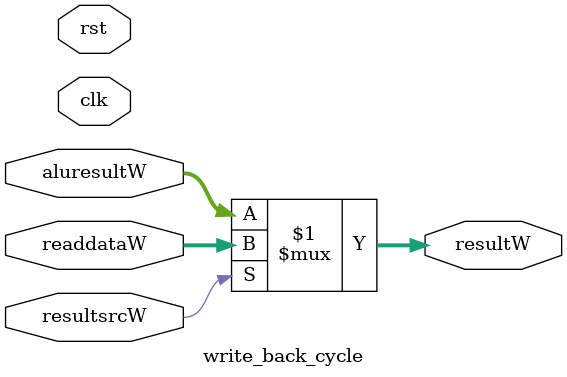
<source format=v>
`timescale 1ns / 1ps


module write_back_cycle(clk,rst,aluresultW,readdataW,resultsrcW,resultW);
input clk,rst;
input [18:0]aluresultW,readdataW;
input resultsrcW;
output [18:0]resultW;
assign resultW =(resultsrcW)?readdataW:aluresultW;
endmodule

</source>
